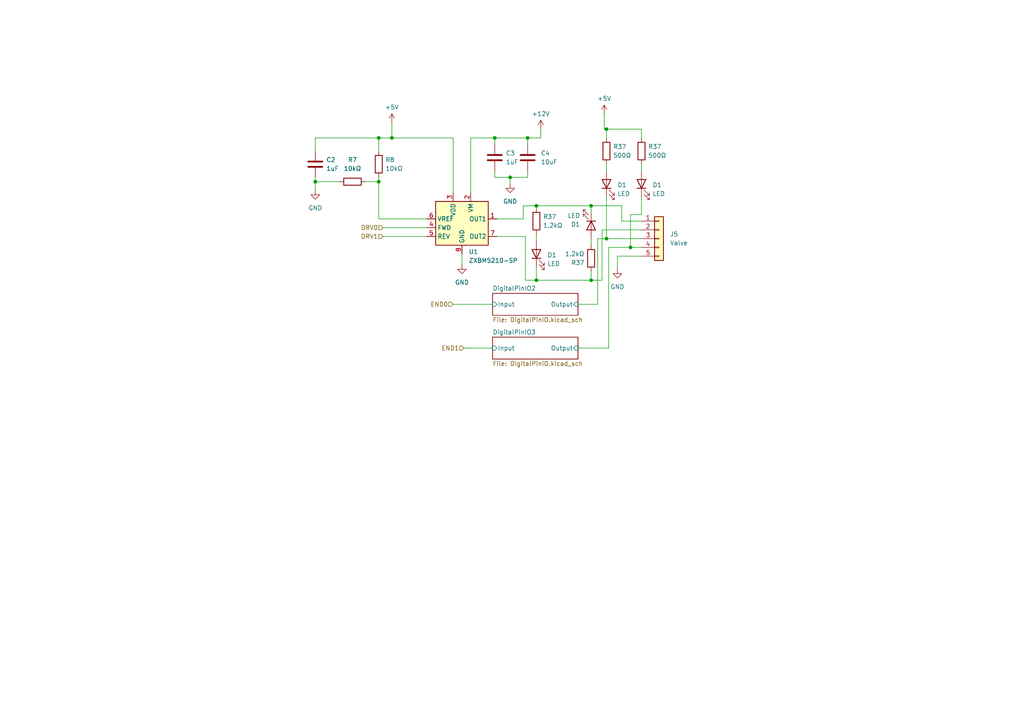
<source format=kicad_sch>
(kicad_sch (version 20230121) (generator eeschema)
  (paper "A4")
  (lib_symbols
    (symbol "Connector_Generic:Conn_01x05" (pin_names (offset 1.016) hide)
      (property "Reference" "J" (at 0 7.62 0))
      (property "Value" "Conn_01x05" (at 0 -7.62 0))
      (symbol "Conn_01x05_1_1"
        (rectangle (start -1.27 -4.953) (end 0 -5.207) (stroke (width 0.1524)))
        (rectangle (start -1.27 -2.413) (end 0 -2.667) (stroke (width 0.1524)))
        (rectangle (start -1.27 0.127) (end 0 -0.127) (stroke (width 0.1524)))
        (rectangle (start -1.27 2.667) (end 0 2.413) (stroke (width 0.1524)))
        (rectangle (start -1.27 5.207) (end 0 4.953) (stroke (width 0.1524)))
        (rectangle (start -1.27 6.35) (end 1.27 -6.35) (stroke (width 0.254)) (fill (type background)))
        (pin passive line (at -5.08 5.08 0) (length 3.81) (name "Pin_1") (number "1"))
        (pin passive line (at -5.08 2.54 0) (length 3.81) (name "Pin_2") (number "2"))
        (pin passive line (at -5.08 0 0) (length 3.81) (name "Pin_3") (number "3"))
        (pin passive line (at -5.08 -2.54 0) (length 3.81) (name "Pin_4") (number "4"))
        (pin passive line (at -5.08 -5.08 0) (length 3.81) (name "Pin_5") (number "5"))
      )
    )
    (symbol "Device:C" (pin_numbers hide) (pin_names (offset 0.254))
      (property "Reference" "C" (at 0.635 2.54 0))
      (property "Value" "C" (at 0.635 -2.54 0))
      (symbol "C_0_1"
        (polyline (pts (xy -2.032 -0.762) (xy 2.032 -0.762)) (stroke (width 0.508)))
        (polyline (pts (xy -2.032 0.762) (xy 2.032 0.762)) (stroke (width 0.508)))
      )
      (symbol "C_1_1"
        (pin passive line (at 0 3.81 270) (length 2.794) (name "~") (number "1"))
        (pin passive line (at 0 -3.81 90) (length 2.794) (name "~") (number "2"))
      )
    )
    (symbol "Device:LED" (pin_numbers hide) (pin_names (offset 1.016) hide)
      (property "Reference" "D" (at 0 2.54 0))
      (property "Value" "LED" (at 0 -2.54 0))
      (symbol "LED_0_1"
        (polyline (pts (xy -1.27 -1.27) (xy -1.27 1.27)) (stroke (width 0.254)))
        (polyline (pts (xy -1.27 0) (xy 1.27 0)))
        (polyline (pts (xy 1.27 -1.27) (xy 1.27 1.27) (xy -1.27 0) (xy 1.27 -1.27)) (stroke (width 0.254)))
        (polyline (pts (xy -3.048 -0.762) (xy -4.572 -2.286) (xy -3.81 -2.286) (xy -4.572 -2.286) (xy -4.572 -1.524)))
        (polyline (pts (xy -1.778 -0.762) (xy -3.302 -2.286) (xy -2.54 -2.286) (xy -3.302 -2.286) (xy -3.302 -1.524)))
      )
      (symbol "LED_1_1"
        (pin passive line (at -3.81 0 0) (length 2.54) (name "K") (number "1"))
        (pin passive line (at 3.81 0 180) (length 2.54) (name "A") (number "2"))
      )
    )
    (symbol "Device:R" (pin_numbers hide) (pin_names (offset 0))
      (property "Reference" "R" (at 2.032 0 90))
      (property "Value" "R" (at 0 0 90))
      (symbol "R_0_1"
        (rectangle (start -1.016 -2.54) (end 1.016 2.54) (stroke (width 0.254)))
      )
      (symbol "R_1_1"
        (pin passive line (at 0 3.81 270) (length 1.27) (name "~") (number "1"))
        (pin passive line (at 0 -3.81 90) (length 1.27) (name "~") (number "2"))
      )
    )
    (symbol "Driver_Motor:ZXBM5210-SP"
      (property "Reference" "U" (at -7.62 8.89 0))
      (property "Value" "ZXBM5210-SP" (at 10.16 8.89 0))
      (symbol "ZXBM5210-SP_0_0"
        (pin output line (at 10.16 2.54 180) (length 2.54) (name "OUT1") (number "1"))
        (pin power_in line (at 2.54 10.16 270) (length 2.54) (name "VM") (number "2"))
        (pin power_in line (at -2.54 10.16 270) (length 2.54) (name "VDD") (number "3"))
        (pin input line (at -10.16 0 0) (length 2.54) (name "FWD") (number "4"))
        (pin input line (at -10.16 -2.54 0) (length 2.54) (name "REV") (number "5"))
        (pin input line (at -10.16 2.54 0) (length 2.54) (name "VREF") (number "6"))
        (pin output line (at 10.16 -2.54 180) (length 2.54) (name "OUT2") (number "7"))
        (pin power_in line (at 0 -7.62 90) (length 2.54) (name "GND") (number "8"))
        (pin passive line (at 0 -7.62 90) (length 2.54) hide (name "GND") (number "9"))
      )
      (symbol "ZXBM5210-SP_0_1"
        (rectangle (start -7.62 7.62) (end 7.62 -5.08) (stroke (width 0.254)) (fill (type background)))
      )
    )
    (symbol "power:+12V" (power) (pin_names (offset 0))
      (property "Value" "+12V" (at 0 3.556 0))
      (symbol "+12V_0_1"
        (polyline (pts (xy -0.762 1.27) (xy 0 2.54)))
        (polyline (pts (xy 0 0) (xy 0 2.54)))
        (polyline (pts (xy 0 2.54) (xy 0.762 1.27)))
      )
      (symbol "+12V_1_1"
        (pin power_in line (at 0 0 90) (length 0) hide (name "+12V") (number "1"))
      )
    )
    (symbol "power:+5V" (power) (pin_names (offset 0))
      (property "Value" "+5V" (at 0 3.556 0))
      (symbol "+5V_0_1"
        (polyline (pts (xy -0.762 1.27) (xy 0 2.54)))
        (polyline (pts (xy 0 0) (xy 0 2.54)))
        (polyline (pts (xy 0 2.54) (xy 0.762 1.27)))
      )
      (symbol "+5V_1_1"
        (pin power_in line (at 0 0 90) (length 0) hide (name "+5V") (number "1"))
      )
    )
    (symbol "power:GND" (power) (pin_names (offset 0))
      (property "Value" "GND" (at 0 -3.81 0))
      (symbol "GND_0_1"
        (polyline (pts (xy 0 0) (xy 0 -1.27) (xy 1.27 -1.27) (xy 0 -2.54) (xy -1.27 -1.27) (xy 0 -1.27)))
      )
      (symbol "GND_1_1"
        (pin power_in line (at 0 0 270) (length 0) hide (name "GND") (number "1"))
      )
    )
  )
  (junction (at 175.895 37.465))
  (junction (at 113.665 40.005))
  (junction (at 109.855 52.705))
  (junction (at 155.575 59.69))
  (junction (at 171.45 81.28))
  (junction (at 182.88 71.755))
  (junction (at 91.44 52.705))
  (junction (at 147.955 51.435))
  (junction (at 109.855 40.005))
  (junction (at 143.51 40.005))
  (junction (at 153.035 40.005))
  (junction (at 155.575 81.28))
  (junction (at 171.45 59.69))
  (junction (at 175.895 69.215))
  (wire (pts (xy 153.035 40.005) (xy 143.51 40.005)))
  (wire (pts (xy 153.035 51.435) (xy 153.035 49.53)))
  (wire (pts (xy 175.895 37.465) (xy 186.055 37.465)))
  (wire (pts (xy 143.51 40.005) (xy 136.525 40.005)))
  (wire (pts (xy 179.07 78.105) (xy 179.07 74.295)))
  (wire (pts (xy 186.055 57.15) (xy 186.055 62.23)))
  (wire (pts (xy 175.895 47.625) (xy 175.895 49.53)))
  (wire (pts (xy 152.4 81.28) (xy 155.575 81.28)))
  (wire (pts (xy 155.575 59.69) (xy 171.45 59.69)))
  (wire (pts (xy 109.855 52.705) (xy 109.855 63.5)))
  (wire (pts (xy 171.45 59.69) (xy 180.34 59.69)))
  (wire (pts (xy 179.07 74.295) (xy 186.055 74.295)))
  (wire (pts (xy 144.145 68.58) (xy 152.4 68.58)))
  (wire (pts (xy 91.44 51.435) (xy 91.44 52.705)))
  (wire (pts (xy 171.45 81.28) (xy 174.625 81.28)))
  (wire (pts (xy 156.845 40.005) (xy 153.035 40.005)))
  (wire (pts (xy 173.355 88.265) (xy 173.355 69.215)))
  (wire (pts (xy 155.575 59.69) (xy 155.575 60.325)))
  (wire (pts (xy 175.895 69.215) (xy 186.055 69.215)))
  (wire (pts (xy 155.575 77.47) (xy 155.575 81.28)))
  (wire (pts (xy 155.575 67.945) (xy 155.575 69.85)))
  (wire (pts (xy 147.955 51.435) (xy 153.035 51.435)))
  (wire (pts (xy 109.855 40.005) (xy 109.855 43.815)))
  (wire (pts (xy 176.53 71.755) (xy 182.88 71.755)))
  (wire (pts (xy 111.125 66.04) (xy 123.825 66.04)))
  (wire (pts (xy 155.575 81.28) (xy 171.45 81.28)))
  (wire (pts (xy 174.625 66.675) (xy 186.055 66.675)))
  (wire (pts (xy 176.53 100.965) (xy 176.53 71.755)))
  (wire (pts (xy 106.045 52.705) (xy 109.855 52.705)))
  (wire (pts (xy 180.34 59.69) (xy 180.34 64.135)))
  (wire (pts (xy 167.64 88.265) (xy 173.355 88.265)))
  (wire (pts (xy 113.665 40.005) (xy 131.445 40.005)))
  (wire (pts (xy 134.62 100.965) (xy 142.875 100.965)))
  (wire (pts (xy 186.055 37.465) (xy 186.055 40.005)))
  (wire (pts (xy 173.355 69.215) (xy 175.895 69.215)))
  (wire (pts (xy 131.445 55.88) (xy 131.445 40.005)))
  (wire (pts (xy 143.51 51.435) (xy 147.955 51.435)))
  (wire (pts (xy 147.955 51.435) (xy 147.955 53.34)))
  (wire (pts (xy 182.88 71.755) (xy 186.055 71.755)))
  (wire (pts (xy 151.765 59.69) (xy 155.575 59.69)))
  (wire (pts (xy 133.985 73.66) (xy 133.985 76.835)))
  (wire (pts (xy 175.895 37.465) (xy 175.895 40.005)))
  (wire (pts (xy 153.035 40.005) (xy 153.035 41.91)))
  (wire (pts (xy 143.51 49.53) (xy 143.51 51.435)))
  (wire (pts (xy 91.44 52.705) (xy 91.44 55.245)))
  (wire (pts (xy 131.445 88.265) (xy 142.875 88.265)))
  (wire (pts (xy 186.055 47.625) (xy 186.055 49.53)))
  (wire (pts (xy 111.125 68.58) (xy 123.825 68.58)))
  (wire (pts (xy 136.525 40.005) (xy 136.525 55.88)))
  (wire (pts (xy 143.51 40.005) (xy 143.51 41.91)))
  (wire (pts (xy 144.145 63.5) (xy 151.765 63.5)))
  (wire (pts (xy 171.45 78.74) (xy 171.45 81.28)))
  (wire (pts (xy 109.855 51.435) (xy 109.855 52.705)))
  (wire (pts (xy 171.45 59.69) (xy 171.45 61.595)))
  (wire (pts (xy 152.4 68.58) (xy 152.4 81.28)))
  (wire (pts (xy 109.855 63.5) (xy 123.825 63.5)))
  (wire (pts (xy 171.45 71.12) (xy 171.45 69.215)))
  (wire (pts (xy 186.055 62.23) (xy 182.88 62.23)))
  (wire (pts (xy 113.665 35.56) (xy 113.665 40.005)))
  (wire (pts (xy 91.44 40.005) (xy 109.855 40.005)))
  (wire (pts (xy 175.895 57.15) (xy 175.895 69.215)))
  (wire (pts (xy 156.845 37.465) (xy 156.845 40.005)))
  (wire (pts (xy 180.34 64.135) (xy 186.055 64.135)))
  (wire (pts (xy 151.765 63.5) (xy 151.765 59.69)))
  (wire (pts (xy 175.26 33.02) (xy 175.26 37.465)))
  (wire (pts (xy 109.855 40.005) (xy 113.665 40.005)))
  (wire (pts (xy 182.88 62.23) (xy 182.88 71.755)))
  (wire (pts (xy 174.625 81.28) (xy 174.625 66.675)))
  (wire (pts (xy 167.64 100.965) (xy 176.53 100.965)))
  (wire (pts (xy 91.44 52.705) (xy 98.425 52.705)))
  (wire (pts (xy 175.26 37.465) (xy 175.895 37.465)))
  (wire (pts (xy 91.44 43.815) (xy 91.44 40.005)))
  (hierarchical_label "END0" (shape input) (at 131.445 88.265 180))
  (hierarchical_label "DRV1" (shape input) (at 111.125 68.58 180))
  (hierarchical_label "DRV0" (shape input) (at 111.125 66.04 180))
  (hierarchical_label "END1" (shape input) (at 134.62 100.965 180))
  (symbol (lib_id "Device:LED") (at 186.055 53.34 90) (unit 1)
    (property "Reference" "D1" (at 189.23 53.6575 90) (effects (justify right)))
    (property "Value" "LED" (at 189.23 56.1975 90) (effects (justify right)))
    (property "Footprint" "LED_SMD:LED_0805_2012Metric" (effects hide))
    (instances (project "ValveServoI2C" (path "" (reference "D1") (unit 1)) (path "" (reference "D1") (unit 1)) (path "" (reference "D2") (unit 1)) (path "" (reference "D6") (unit 1)) (path "" (reference "D10") (unit 1)) (path "" (reference "D14") (unit 1))))
  )
  (symbol (lib_id "power:+12V") (at 156.845 37.465 0) (unit 1)
    (property "Reference" "#PWR011" (effects hide))
    (property "Value" "+12V" (at 156.845 33.02 0))
    (instances (project "ValveServoI2C" (path "" (reference "#PWR011") (unit 1)) (path "" (reference "#PWR022") (unit 1)) (path "" (reference "#PWR033") (unit 1)) (path "" (reference "#PWR044") (unit 1))))
  )
  (symbol (lib_id "Device:C") (at 91.44 47.625 0) (unit 1)
    (property "Reference" "C2" (at 94.615 46.355 0) (effects (justify left)))
    (property "Value" "1uF" (at 94.615 48.895 0) (effects (justify left)))
    (property "Footprint" "Capacitor_SMD:C_0805_2012Metric" (effects hide))
    (instances (project "ValveServoI2C" (path "" (reference "C2") (unit 1)) (path "" (reference "C5") (unit 1)) (path "" (reference "C8") (unit 1)) (path "" (reference "C11") (unit 1))))
  )
  (symbol (lib_id "Device:R") (at 171.45 74.93 0) (unit 1)
    (property "Reference" "R37" (at 169.545 76.2 0) (effects (justify right)))
    (property "Value" "1.2kΩ" (at 169.545 73.66 0) (effects (justify right)))
    (property "Footprint" "Resistor_SMD:R_0805_2012Metric" (effects hide))
    (instances (project "ValveServoI2C" (path "" (reference "R37") (unit 1)) (path "" (reference "R37") (unit 1)) (path "" (reference "R53") (unit 1)) (path "" (reference "R54") (unit 1)) (path "" (reference "R55") (unit 1)) (path "" (reference "R56") (unit 1))))
  )
  (symbol (lib_id "power:GND") (at 91.44 55.245 0) (unit 1)
    (property "Reference" "#PWR07" (effects hide))
    (property "Value" "GND" (at 91.44 60.325 0))
    (instances (project "ValveServoI2C" (path "" (reference "#PWR07") (unit 1)) (path "" (reference "#PWR018") (unit 1)) (path "" (reference "#PWR029") (unit 1)) (path "" (reference "#PWR040") (unit 1))))
  )
  (symbol (lib_id "Driver_Motor:ZXBM5210-SP") (at 133.985 66.04 0) (unit 1)
    (property "Reference" "U1" (at 135.9409 73.025 0) (effects (justify left)))
    (property "Value" "ZXBM5210-SP" (at 135.9409 75.565 0) (effects (justify left)))
    (property "Footprint" "Package_SO:Diodes_SO-8EP" (effects hide))
    (property "Datasheet" "https://www.diodes.com/assets/Datasheets/ZXBM5210.pdf" (effects hide))
    (instances (project "ValveServoI2C" (path "" (reference "U1") (unit 1)) (path "" (reference "U2") (unit 1)) (path "" (reference "U3") (unit 1)) (path "" (reference "U4") (unit 1)) (path "" (reference "U5") (unit 1))))
  )
  (symbol (lib_id "Device:LED") (at 171.45 65.405 270) (unit 1)
    (property "Reference" "D1" (at 168.275 65.0875 90) (effects (justify right)))
    (property "Value" "LED" (at 168.275 62.5475 90) (effects (justify right)))
    (property "Footprint" "LED_SMD:LED_0805_2012Metric" (effects hide))
    (instances (project "ValveServoI2C" (path "" (reference "D1") (unit 1)) (path "" (reference "D1") (unit 1)) (path "" (reference "D27") (unit 1)) (path "" (reference "D28") (unit 1)) (path "" (reference "D29") (unit 1)) (path "" (reference "D30") (unit 1))))
  )
  (symbol (lib_id "Device:R") (at 175.895 43.815 180) (unit 1)
    (property "Reference" "R37" (at 177.8 42.545 0) (effects (justify right)))
    (property "Value" "500Ω" (at 177.8 45.085 0) (effects (justify right)))
    (property "Footprint" "Resistor_SMD:R_0805_2012Metric" (effects hide))
    (instances (project "ValveServoI2C" (path "" (reference "R37") (unit 1)) (path "" (reference "R37") (unit 1)) (path "" (reference "R9") (unit 1)) (path "" (reference "R17") (unit 1)) (path "" (reference "R25") (unit 1)) (path "" (reference "R33") (unit 1))))
  )
  (symbol (lib_id "power:GND") (at 179.07 78.105 0) (unit 1)
    (property "Reference" "#PWR013" (effects hide))
    (property "Value" "GND" (at 179.07 83.185 0))
    (instances (project "ValveServoI2C" (path "" (reference "#PWR013") (unit 1)) (path "" (reference "#PWR024") (unit 1)) (path "" (reference "#PWR035") (unit 1)) (path "" (reference "#PWR046") (unit 1))))
  )
  (symbol (lib_id "Connector_Generic:Conn_01x05") (at 191.135 69.215 0) (unit 1)
    (property "Reference" "J5" (at 194.31 67.945 0) (effects (justify left)))
    (property "Value" "Valve" (at 194.31 70.485 0) (effects (justify left)))
    (property "Footprint" "Connector_PinHeader_2.54mm:PinHeader_1x05_P2.54mm_Vertical" (effects hide))
    (instances (project "ValveServoI2C" (path "" (reference "J5") (unit 1)) (path "" (reference "J6") (unit 1)) (path "" (reference "J7") (unit 1)) (path "" (reference "J8") (unit 1))))
  )
  (symbol (lib_id "power:GND") (at 147.955 53.34 0) (unit 1)
    (property "Reference" "#PWR010" (effects hide))
    (property "Value" "GND" (at 147.955 58.42 0))
    (instances (project "ValveServoI2C" (path "" (reference "#PWR010") (unit 1)) (path "" (reference "#PWR021") (unit 1)) (path "" (reference "#PWR032") (unit 1)) (path "" (reference "#PWR043") (unit 1))))
  )
  (symbol (lib_id "Device:C") (at 153.035 45.72 0) (unit 1)
    (property "Reference" "C4" (at 156.845 44.45 0) (effects (justify left)))
    (property "Value" "10uF" (at 156.845 46.99 0) (effects (justify left)))
    (property "Footprint" "Capacitor_SMD:C_0805_2012Metric" (effects hide))
    (instances (project "ValveServoI2C" (path "" (reference "C4") (unit 1)) (path "" (reference "C7") (unit 1)) (path "" (reference "C10") (unit 1)) (path "" (reference "C13") (unit 1))))
  )
  (symbol (lib_id "power:+5V") (at 113.665 35.56 0) (mirror y) (unit 1)
    (property "Reference" "#PWR08" (effects hide))
    (property "Value" "+5V" (at 113.665 31.115 0))
    (instances (project "ValveServoI2C" (path "" (reference "#PWR08") (unit 1)) (path "" (reference "#PWR027") (unit 1)) (path "" (reference "#PWR029") (unit 1)) (path "" (reference "#PWR041") (unit 1)) (path "" (reference "#PWR037") (unit 1)) (path "" (reference "#PWR053") (unit 1)) (path "" (reference "#PWR057") (unit 1)) (path "" (reference "#PWR067") (unit 1)) (path "" (reference "#PWR071") (unit 1)) (path "" (reference "#PWR019") (unit 1)) (path "" (reference "#PWR030") (unit 1)) (path "" (reference "#PWR041") (unit 1))))
  )
  (symbol (lib_id "Device:LED") (at 155.575 73.66 90) (unit 1)
    (property "Reference" "D1" (at 158.75 73.9775 90) (effects (justify right)))
    (property "Value" "LED" (at 158.75 76.5175 90) (effects (justify right)))
    (property "Footprint" "LED_SMD:LED_0805_2012Metric" (effects hide))
    (instances (project "ValveServoI2C" (path "" (reference "D1") (unit 1)) (path "" (reference "D1") (unit 1)) (path "" (reference "D23") (unit 1)) (path "" (reference "D24") (unit 1)) (path "" (reference "D25") (unit 1)) (path "" (reference "D26") (unit 1))))
  )
  (symbol (lib_id "power:+5V") (at 175.26 33.02 0) (unit 1)
    (property "Reference" "#PWR012" (effects hide))
    (property "Value" "+5V" (at 175.26 28.575 0))
    (instances (project "ValveServoI2C" (path "" (reference "#PWR012") (unit 1)) (path "" (reference "#PWR023") (unit 1)) (path "" (reference "#PWR034") (unit 1)) (path "" (reference "#PWR045") (unit 1)) (path "" (reference "#PWR0288") (unit 1))))
  )
  (symbol (lib_id "Device:C") (at 143.51 45.72 0) (unit 1)
    (property "Reference" "C3" (at 146.685 44.45 0) (effects (justify left)))
    (property "Value" "1uF" (at 146.685 46.99 0) (effects (justify left)))
    (property "Footprint" "Capacitor_SMD:C_0805_2012Metric" (effects hide))
    (instances (project "ValveServoI2C" (path "" (reference "C3") (unit 1)) (path "" (reference "C6") (unit 1)) (path "" (reference "C9") (unit 1)) (path "" (reference "C12") (unit 1))))
  )
  (symbol (lib_id "Device:R") (at 186.055 43.815 180) (unit 1)
    (property "Reference" "R37" (at 187.96 42.545 0) (effects (justify right)))
    (property "Value" "500Ω" (at 187.96 45.085 0) (effects (justify right)))
    (property "Footprint" "Resistor_SMD:R_0805_2012Metric" (effects hide))
    (instances (project "ValveServoI2C" (path "" (reference "R37") (unit 1)) (path "" (reference "R37") (unit 1)) (path "" (reference "R10") (unit 1)) (path "" (reference "R18") (unit 1)) (path "" (reference "R26") (unit 1)) (path "" (reference "R34") (unit 1))))
  )
  (symbol (lib_id "Device:R") (at 109.855 47.625 0) (unit 1)
    (property "Reference" "R8" (at 111.76 46.355 0) (effects (justify left)))
    (property "Value" "10kΩ" (at 111.76 48.895 0) (effects (justify left)))
    (property "Footprint" "Resistor_SMD:R_0805_2012Metric" (effects hide))
    (instances (project "ValveServoI2C" (path "" (reference "R8") (unit 1)) (path "" (reference "R4") (unit 1)) (path "" (reference "R5") (unit 1)) (path "" (reference "R11") (unit 1)) (path "" (reference "R9") (unit 1)) (path "" (reference "R12") (unit 1)) (path "" (reference "R14") (unit 1)) (path "" (reference "R16") (unit 1)) (path "" (reference "R18") (unit 1)) (path "" (reference "R16") (unit 1)) (path "" (reference "R24") (unit 1)) (path "" (reference "R32") (unit 1))))
  )
  (symbol (lib_id "Device:R") (at 155.575 64.135 180) (unit 1)
    (property "Reference" "R37" (at 157.48 62.865 0) (effects (justify right)))
    (property "Value" "1.2kΩ" (at 157.48 65.405 0) (effects (justify right)))
    (property "Footprint" "Resistor_SMD:R_0805_2012Metric" (effects hide))
    (instances (project "ValveServoI2C" (path "" (reference "R37") (unit 1)) (path "" (reference "R37") (unit 1)) (path "" (reference "R49") (unit 1)) (path "" (reference "R50") (unit 1)) (path "" (reference "R51") (unit 1)) (path "" (reference "R52") (unit 1))))
  )
  (symbol (lib_id "power:GND") (at 133.985 76.835 0) (unit 1)
    (property "Reference" "#PWR09" (effects hide))
    (property "Value" "GND" (at 133.985 81.915 0))
    (instances (project "ValveServoI2C" (path "" (reference "#PWR09") (unit 1)) (path "" (reference "#PWR020") (unit 1)) (path "" (reference "#PWR031") (unit 1)) (path "" (reference "#PWR042") (unit 1))))
  )
  (symbol (lib_id "Device:R") (at 102.235 52.705 270) (unit 1)
    (property "Reference" "R7" (at 102.235 46.355 90))
    (property "Value" "10kΩ" (at 102.235 48.895 90))
    (property "Footprint" "Resistor_SMD:R_0805_2012Metric" (effects hide))
    (instances (project "ValveServoI2C" (path "" (reference "R7") (unit 1)) (path "" (reference "R4") (unit 1)) (path "" (reference "R5") (unit 1)) (path "" (reference "R11") (unit 1)) (path "" (reference "R9") (unit 1)) (path "" (reference "R12") (unit 1)) (path "" (reference "R14") (unit 1)) (path "" (reference "R16") (unit 1)) (path "" (reference "R18") (unit 1)) (path "" (reference "R15") (unit 1)) (path "" (reference "R23") (unit 1)) (path "" (reference "R31") (unit 1))))
  )
  (symbol (lib_id "Device:LED") (at 175.895 53.34 90) (unit 1)
    (property "Reference" "D1" (at 179.07 53.6575 90) (effects (justify right)))
    (property "Value" "LED" (at 179.07 56.1975 90) (effects (justify right)))
    (property "Footprint" "LED_SMD:LED_0805_2012Metric" (effects hide))
    (instances (project "ValveServoI2C" (path "" (reference "D1") (unit 1)) (path "" (reference "D1") (unit 1)) (path "" (reference "D1") (unit 1)) (path "" (reference "D5") (unit 1)) (path "" (reference "D9") (unit 1)) (path "" (reference "D13") (unit 1))))
  )
  (sheet (at 142.875 97.79) (size 24.765 6.35) (stroke (width 0.1524))
    (property "Sheetname" "DigitalPinIO3" (at 142.875 97.0784 0) (effects (justify left bottom)))
    (property "Sheetfile" "DigitalPinIO.kicad_sch" (at 142.875 104.7246 0) (effects (justify left top)))
    (pin "Input" input (at 142.875 100.965 180))
    (pin "Output" input (at 167.64 100.965 0))
  )
  (sheet (at 142.875 85.09) (size 24.765 6.35) (stroke (width 0.1524))
    (property "Sheetname" "DigitalPinIO2" (at 142.875 84.3784 0) (effects (justify left bottom)))
    (property "Sheetfile" "DigitalPinIO.kicad_sch" (at 142.875 92.0246 0) (effects (justify left top)))
    (pin "Input" input (at 142.875 88.265 180))
    (pin "Output" input (at 167.64 88.265 0))
  )
)
</source>
